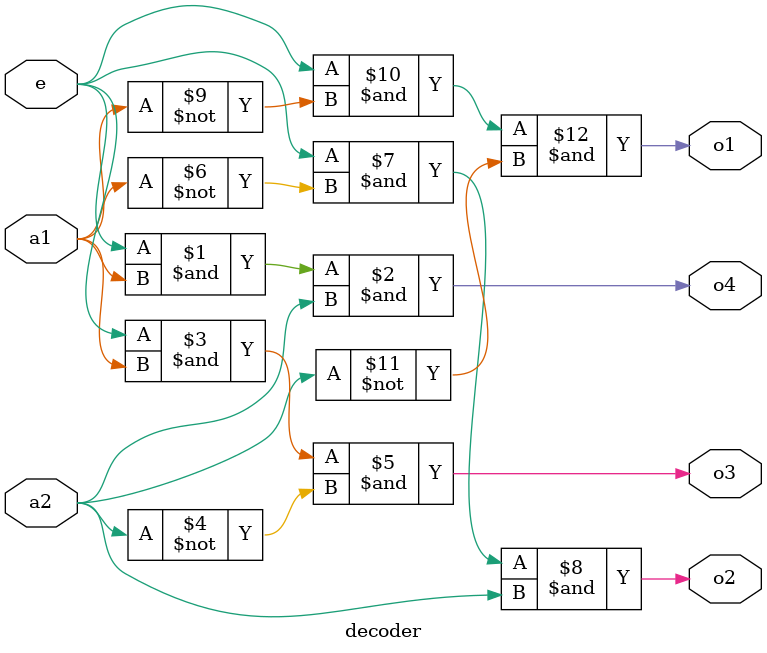
<source format=v>
module decoder(
	input a1,a2,e,
	output o1,o2,o3,o4
);

assign o4 = e&a1&a2;
assign o3 = e&a1&(~a2);
assign o2 = e&(~a1)&a2;
assign o1 = e&(~a1)&(~a2);

endmodule
</source>
